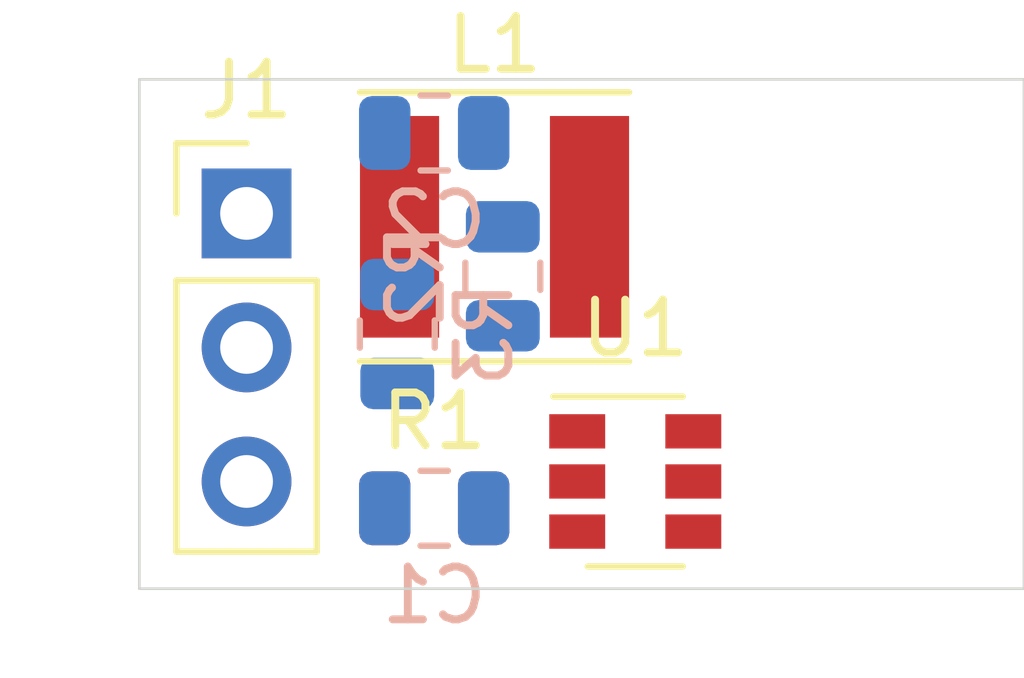
<source format=kicad_pcb>
(kicad_pcb (version 20171130) (host pcbnew "(5.1.2)-1")

  (general
    (thickness 1.6)
    (drawings 4)
    (tracks 0)
    (zones 0)
    (modules 8)
    (nets 7)
  )

  (page A4)
  (layers
    (0 F.Cu signal)
    (31 B.Cu signal)
    (32 B.Adhes user)
    (33 F.Adhes user)
    (34 B.Paste user)
    (35 F.Paste user)
    (36 B.SilkS user)
    (37 F.SilkS user)
    (38 B.Mask user)
    (39 F.Mask user)
    (40 Dwgs.User user)
    (41 Cmts.User user)
    (42 Eco1.User user)
    (43 Eco2.User user)
    (44 Edge.Cuts user)
    (45 Margin user)
    (46 B.CrtYd user)
    (47 F.CrtYd user)
    (48 B.Fab user)
    (49 F.Fab user)
  )

  (setup
    (last_trace_width 0.25)
    (trace_clearance 0.2)
    (zone_clearance 0.508)
    (zone_45_only no)
    (trace_min 0.2)
    (via_size 0.8)
    (via_drill 0.4)
    (via_min_size 0.4)
    (via_min_drill 0.3)
    (uvia_size 0.3)
    (uvia_drill 0.1)
    (uvias_allowed no)
    (uvia_min_size 0.2)
    (uvia_min_drill 0.1)
    (edge_width 0.05)
    (segment_width 0.2)
    (pcb_text_width 0.3)
    (pcb_text_size 1.5 1.5)
    (mod_edge_width 0.12)
    (mod_text_size 1 1)
    (mod_text_width 0.15)
    (pad_size 1.524 1.524)
    (pad_drill 0.762)
    (pad_to_mask_clearance 0.051)
    (solder_mask_min_width 0.25)
    (aux_axis_origin 0 0)
    (visible_elements FFFFFF7F)
    (pcbplotparams
      (layerselection 0x010fc_ffffffff)
      (usegerberextensions false)
      (usegerberattributes false)
      (usegerberadvancedattributes false)
      (creategerberjobfile false)
      (excludeedgelayer true)
      (linewidth 0.100000)
      (plotframeref false)
      (viasonmask false)
      (mode 1)
      (useauxorigin false)
      (hpglpennumber 1)
      (hpglpenspeed 20)
      (hpglpendiameter 15.000000)
      (psnegative false)
      (psa4output false)
      (plotreference true)
      (plotvalue true)
      (plotinvisibletext false)
      (padsonsilk false)
      (subtractmaskfromsilk false)
      (outputformat 1)
      (mirror false)
      (drillshape 1)
      (scaleselection 1)
      (outputdirectory ""))
  )

  (net 0 "")
  (net 1 GND)
  (net 2 VIN)
  (net 3 +5V)
  (net 4 "Net-(L1-Pad2)")
  (net 5 "Net-(R1-Pad2)")
  (net 6 "Net-(R2-Pad2)")

  (net_class Default "This is the default net class."
    (clearance 0.2)
    (trace_width 0.25)
    (via_dia 0.8)
    (via_drill 0.4)
    (uvia_dia 0.3)
    (uvia_drill 0.1)
    (add_net +5V)
    (add_net GND)
    (add_net "Net-(L1-Pad2)")
    (add_net "Net-(R1-Pad2)")
    (add_net "Net-(R2-Pad2)")
    (add_net VIN)
  )

  (module Package_TO_SOT_SMD:SOT-23-6 (layer F.Cu) (tedit 5A02FF57) (tstamp 5E8EE1EA)
    (at 143.51 101.092)
    (descr "6-pin SOT-23 package")
    (tags SOT-23-6)
    (path /5E8E8EA5)
    (attr smd)
    (fp_text reference U1 (at 0 -2.9) (layer F.SilkS)
      (effects (font (size 1 1) (thickness 0.15)))
    )
    (fp_text value MCP1640CH (at 0 2.9) (layer F.Fab)
      (effects (font (size 1 1) (thickness 0.15)))
    )
    (fp_line (start 0.9 -1.55) (end 0.9 1.55) (layer F.Fab) (width 0.1))
    (fp_line (start 0.9 1.55) (end -0.9 1.55) (layer F.Fab) (width 0.1))
    (fp_line (start -0.9 -0.9) (end -0.9 1.55) (layer F.Fab) (width 0.1))
    (fp_line (start 0.9 -1.55) (end -0.25 -1.55) (layer F.Fab) (width 0.1))
    (fp_line (start -0.9 -0.9) (end -0.25 -1.55) (layer F.Fab) (width 0.1))
    (fp_line (start -1.9 -1.8) (end -1.9 1.8) (layer F.CrtYd) (width 0.05))
    (fp_line (start -1.9 1.8) (end 1.9 1.8) (layer F.CrtYd) (width 0.05))
    (fp_line (start 1.9 1.8) (end 1.9 -1.8) (layer F.CrtYd) (width 0.05))
    (fp_line (start 1.9 -1.8) (end -1.9 -1.8) (layer F.CrtYd) (width 0.05))
    (fp_line (start 0.9 -1.61) (end -1.55 -1.61) (layer F.SilkS) (width 0.12))
    (fp_line (start -0.9 1.61) (end 0.9 1.61) (layer F.SilkS) (width 0.12))
    (fp_text user %R (at 0 0 90) (layer F.Fab)
      (effects (font (size 0.5 0.5) (thickness 0.075)))
    )
    (pad 5 smd rect (at 1.1 0) (size 1.06 0.65) (layers F.Cu F.Paste F.Mask)
      (net 3 +5V))
    (pad 6 smd rect (at 1.1 -0.95) (size 1.06 0.65) (layers F.Cu F.Paste F.Mask)
      (net 2 VIN))
    (pad 4 smd rect (at 1.1 0.95) (size 1.06 0.65) (layers F.Cu F.Paste F.Mask)
      (net 6 "Net-(R2-Pad2)"))
    (pad 3 smd rect (at -1.1 0.95) (size 1.06 0.65) (layers F.Cu F.Paste F.Mask)
      (net 5 "Net-(R1-Pad2)"))
    (pad 2 smd rect (at -1.1 0) (size 1.06 0.65) (layers F.Cu F.Paste F.Mask)
      (net 1 GND))
    (pad 1 smd rect (at -1.1 -0.95) (size 1.06 0.65) (layers F.Cu F.Paste F.Mask)
      (net 4 "Net-(L1-Pad2)"))
    (model ${KISYS3DMOD}/Package_TO_SOT_SMD.3dshapes/SOT-23-6.wrl
      (at (xyz 0 0 0))
      (scale (xyz 1 1 1))
      (rotate (xyz 0 0 0))
    )
  )

  (module Resistor_SMD:R_0805_2012Metric (layer B.Cu) (tedit 5B36C52B) (tstamp 5E8EE1D4)
    (at 139 98.298 90)
    (descr "Resistor SMD 0805 (2012 Metric), square (rectangular) end terminal, IPC_7351 nominal, (Body size source: https://docs.google.com/spreadsheets/d/1BsfQQcO9C6DZCsRaXUlFlo91Tg2WpOkGARC1WS5S8t0/edit?usp=sharing), generated with kicad-footprint-generator")
    (tags resistor)
    (path /5E8EBE8E)
    (attr smd)
    (fp_text reference R3 (at 0 1.65 270) (layer B.SilkS)
      (effects (font (size 1 1) (thickness 0.15)) (justify mirror))
    )
    (fp_text value 309kR (at 0 -1.65 270) (layer B.Fab)
      (effects (font (size 1 1) (thickness 0.15)) (justify mirror))
    )
    (fp_text user %R (at 0.296 -0.808 270) (layer B.Fab)
      (effects (font (size 0.5 0.5) (thickness 0.08)) (justify mirror))
    )
    (fp_line (start 1.68 -0.95) (end -1.68 -0.95) (layer B.CrtYd) (width 0.05))
    (fp_line (start 1.68 0.95) (end 1.68 -0.95) (layer B.CrtYd) (width 0.05))
    (fp_line (start -1.68 0.95) (end 1.68 0.95) (layer B.CrtYd) (width 0.05))
    (fp_line (start -1.68 -0.95) (end -1.68 0.95) (layer B.CrtYd) (width 0.05))
    (fp_line (start -0.258578 -0.71) (end 0.258578 -0.71) (layer B.SilkS) (width 0.12))
    (fp_line (start -0.258578 0.71) (end 0.258578 0.71) (layer B.SilkS) (width 0.12))
    (fp_line (start 1 -0.6) (end -1 -0.6) (layer B.Fab) (width 0.1))
    (fp_line (start 1 0.6) (end 1 -0.6) (layer B.Fab) (width 0.1))
    (fp_line (start -1 0.6) (end 1 0.6) (layer B.Fab) (width 0.1))
    (fp_line (start -1 -0.6) (end -1 0.6) (layer B.Fab) (width 0.1))
    (pad 2 smd roundrect (at 0.9375 0 90) (size 0.975 1.4) (layers B.Cu B.Paste B.Mask) (roundrect_rratio 0.25)
      (net 1 GND))
    (pad 1 smd roundrect (at -0.9375 0 90) (size 0.975 1.4) (layers B.Cu B.Paste B.Mask) (roundrect_rratio 0.25)
      (net 6 "Net-(R2-Pad2)"))
    (model ${KISYS3DMOD}/Resistor_SMD.3dshapes/R_0805_2012Metric.wrl
      (at (xyz 0 0 0))
      (scale (xyz 1 1 1))
      (rotate (xyz 0 0 0))
    )
  )

  (module Resistor_SMD:R_0805_2012Metric (layer B.Cu) (tedit 5B36C52B) (tstamp 5E8EE1C3)
    (at 141 97.2035 270)
    (descr "Resistor SMD 0805 (2012 Metric), square (rectangular) end terminal, IPC_7351 nominal, (Body size source: https://docs.google.com/spreadsheets/d/1BsfQQcO9C6DZCsRaXUlFlo91Tg2WpOkGARC1WS5S8t0/edit?usp=sharing), generated with kicad-footprint-generator")
    (tags resistor)
    (path /5E8EAF22)
    (attr smd)
    (fp_text reference R2 (at 0 1.65 90) (layer B.SilkS)
      (effects (font (size 1 1) (thickness 0.15)) (justify mirror))
    )
    (fp_text value 976kR (at 0 -1.65 90) (layer B.Fab)
      (effects (font (size 1 1) (thickness 0.15)) (justify mirror))
    )
    (fp_line (start -1 -0.6) (end -1 0.6) (layer B.Fab) (width 0.1))
    (fp_line (start -1 0.6) (end 1 0.6) (layer B.Fab) (width 0.1))
    (fp_line (start 1 0.6) (end 1 -0.6) (layer B.Fab) (width 0.1))
    (fp_line (start 1 -0.6) (end -1 -0.6) (layer B.Fab) (width 0.1))
    (fp_line (start -0.258578 0.71) (end 0.258578 0.71) (layer B.SilkS) (width 0.12))
    (fp_line (start -0.258578 -0.71) (end 0.258578 -0.71) (layer B.SilkS) (width 0.12))
    (fp_line (start -1.68 -0.95) (end -1.68 0.95) (layer B.CrtYd) (width 0.05))
    (fp_line (start -1.68 0.95) (end 1.68 0.95) (layer B.CrtYd) (width 0.05))
    (fp_line (start 1.68 0.95) (end 1.68 -0.95) (layer B.CrtYd) (width 0.05))
    (fp_line (start 1.68 -0.95) (end -1.68 -0.95) (layer B.CrtYd) (width 0.05))
    (fp_text user %R (at 0 0 90) (layer B.Fab)
      (effects (font (size 0.5 0.5) (thickness 0.08)) (justify mirror))
    )
    (pad 1 smd roundrect (at -0.9375 0 270) (size 0.975 1.4) (layers B.Cu B.Paste B.Mask) (roundrect_rratio 0.25)
      (net 3 +5V))
    (pad 2 smd roundrect (at 0.9375 0 270) (size 0.975 1.4) (layers B.Cu B.Paste B.Mask) (roundrect_rratio 0.25)
      (net 6 "Net-(R2-Pad2)"))
    (model ${KISYS3DMOD}/Resistor_SMD.3dshapes/R_0805_2012Metric.wrl
      (at (xyz 0 0 0))
      (scale (xyz 1 1 1))
      (rotate (xyz 0 0 0))
    )
  )

  (module Resistor_SMD:R_0805_2012Metric (layer F.Cu) (tedit 5B36C52B) (tstamp 5E8EE1B2)
    (at 139.7 101.6)
    (descr "Resistor SMD 0805 (2012 Metric), square (rectangular) end terminal, IPC_7351 nominal, (Body size source: https://docs.google.com/spreadsheets/d/1BsfQQcO9C6DZCsRaXUlFlo91Tg2WpOkGARC1WS5S8t0/edit?usp=sharing), generated with kicad-footprint-generator")
    (tags resistor)
    (path /5E8EDE93)
    (attr smd)
    (fp_text reference R1 (at 0 -1.65) (layer F.SilkS)
      (effects (font (size 1 1) (thickness 0.15)))
    )
    (fp_text value 10kR (at 0 1.65) (layer F.Fab)
      (effects (font (size 1 1) (thickness 0.15)))
    )
    (fp_text user %R (at 0 0) (layer F.Fab)
      (effects (font (size 0.5 0.5) (thickness 0.08)))
    )
    (fp_line (start 1.68 0.95) (end -1.68 0.95) (layer F.CrtYd) (width 0.05))
    (fp_line (start 1.68 -0.95) (end 1.68 0.95) (layer F.CrtYd) (width 0.05))
    (fp_line (start -1.68 -0.95) (end 1.68 -0.95) (layer F.CrtYd) (width 0.05))
    (fp_line (start -1.68 0.95) (end -1.68 -0.95) (layer F.CrtYd) (width 0.05))
    (fp_line (start -0.258578 0.71) (end 0.258578 0.71) (layer F.SilkS) (width 0.12))
    (fp_line (start -0.258578 -0.71) (end 0.258578 -0.71) (layer F.SilkS) (width 0.12))
    (fp_line (start 1 0.6) (end -1 0.6) (layer F.Fab) (width 0.1))
    (fp_line (start 1 -0.6) (end 1 0.6) (layer F.Fab) (width 0.1))
    (fp_line (start -1 -0.6) (end 1 -0.6) (layer F.Fab) (width 0.1))
    (fp_line (start -1 0.6) (end -1 -0.6) (layer F.Fab) (width 0.1))
    (pad 2 smd roundrect (at 0.9375 0) (size 0.975 1.4) (layers F.Cu F.Paste F.Mask) (roundrect_rratio 0.25)
      (net 5 "Net-(R1-Pad2)"))
    (pad 1 smd roundrect (at -0.9375 0) (size 0.975 1.4) (layers F.Cu F.Paste F.Mask) (roundrect_rratio 0.25)
      (net 2 VIN))
    (model ${KISYS3DMOD}/Resistor_SMD.3dshapes/R_0805_2012Metric.wrl
      (at (xyz 0 0 0))
      (scale (xyz 1 1 1))
      (rotate (xyz 0 0 0))
    )
  )

  (module Inductor_SMD:L_Taiyo-Yuden_NR-50xx (layer F.Cu) (tedit 5990349D) (tstamp 5E8EE1A1)
    (at 140.843 96.266)
    (descr "Inductor, Taiyo Yuden, NR series, Taiyo-Yuden_NR-50xx, 4.9mmx4.9mm")
    (tags "inductor taiyo-yuden nr smd")
    (path /5E8E9909)
    (attr smd)
    (fp_text reference L1 (at 0 -3.45) (layer F.SilkS)
      (effects (font (size 1 1) (thickness 0.15)))
    )
    (fp_text value 10uH (at 0 3.95) (layer F.Fab)
      (effects (font (size 1 1) (thickness 0.15)))
    )
    (fp_line (start 2.8 -2.75) (end -2.8 -2.75) (layer F.CrtYd) (width 0.05))
    (fp_line (start 2.8 2.75) (end 2.8 -2.75) (layer F.CrtYd) (width 0.05))
    (fp_line (start -2.8 2.75) (end 2.8 2.75) (layer F.CrtYd) (width 0.05))
    (fp_line (start -2.8 -2.75) (end -2.8 2.75) (layer F.CrtYd) (width 0.05))
    (fp_line (start -2.55 2.55) (end 2.55 2.55) (layer F.SilkS) (width 0.12))
    (fp_line (start -2.55 -2.55) (end 2.55 -2.55) (layer F.SilkS) (width 0.12))
    (fp_line (start -1.65 2.45) (end 0 2.45) (layer F.Fab) (width 0.1))
    (fp_line (start -2.45 1.65) (end -1.65 2.45) (layer F.Fab) (width 0.1))
    (fp_line (start -2.45 0) (end -2.45 1.65) (layer F.Fab) (width 0.1))
    (fp_line (start 1.65 2.45) (end 0 2.45) (layer F.Fab) (width 0.1))
    (fp_line (start 2.45 1.65) (end 1.65 2.45) (layer F.Fab) (width 0.1))
    (fp_line (start 2.45 0) (end 2.45 1.65) (layer F.Fab) (width 0.1))
    (fp_line (start 1.65 -2.45) (end 0 -2.45) (layer F.Fab) (width 0.1))
    (fp_line (start 2.45 -1.65) (end 1.65 -2.45) (layer F.Fab) (width 0.1))
    (fp_line (start 2.45 0) (end 2.45 -1.65) (layer F.Fab) (width 0.1))
    (fp_line (start -1.65 -2.45) (end 0 -2.45) (layer F.Fab) (width 0.1))
    (fp_line (start -2.45 -1.65) (end -1.65 -2.45) (layer F.Fab) (width 0.1))
    (fp_line (start -2.45 0) (end -2.45 -1.65) (layer F.Fab) (width 0.1))
    (fp_text user %R (at 0 0) (layer F.Fab)
      (effects (font (size 1 1) (thickness 0.15)))
    )
    (pad 2 smd rect (at 1.8 0) (size 1.5 4.2) (layers F.Cu F.Paste F.Mask)
      (net 4 "Net-(L1-Pad2)"))
    (pad 1 smd rect (at -1.8 0) (size 1.5 4.2) (layers F.Cu F.Paste F.Mask)
      (net 2 VIN))
    (model ${KISYS3DMOD}/Inductor_SMD.3dshapes/L_Taiyo-Yuden_NR-50xx.wrl
      (at (xyz 0 0 0))
      (scale (xyz 1 1 1))
      (rotate (xyz 0 0 0))
    )
  )

  (module Connector_PinHeader_2.54mm:PinHeader_1x03_P2.54mm_Vertical (layer F.Cu) (tedit 59FED5CC) (tstamp 5E8EE188)
    (at 136.144 96.012)
    (descr "Through hole straight pin header, 1x03, 2.54mm pitch, single row")
    (tags "Through hole pin header THT 1x03 2.54mm single row")
    (path /5E8F3622)
    (fp_text reference J1 (at 0 -2.33) (layer F.SilkS)
      (effects (font (size 1 1) (thickness 0.15)))
    )
    (fp_text value Conn_01x03 (at 0 7.41) (layer F.Fab)
      (effects (font (size 1 1) (thickness 0.15)))
    )
    (fp_text user %R (at 0 2.54 90) (layer F.Fab)
      (effects (font (size 1 1) (thickness 0.15)))
    )
    (fp_line (start 1.8 -1.8) (end -1.8 -1.8) (layer F.CrtYd) (width 0.05))
    (fp_line (start 1.8 6.85) (end 1.8 -1.8) (layer F.CrtYd) (width 0.05))
    (fp_line (start -1.8 6.85) (end 1.8 6.85) (layer F.CrtYd) (width 0.05))
    (fp_line (start -1.8 -1.8) (end -1.8 6.85) (layer F.CrtYd) (width 0.05))
    (fp_line (start -1.33 -1.33) (end 0 -1.33) (layer F.SilkS) (width 0.12))
    (fp_line (start -1.33 0) (end -1.33 -1.33) (layer F.SilkS) (width 0.12))
    (fp_line (start -1.33 1.27) (end 1.33 1.27) (layer F.SilkS) (width 0.12))
    (fp_line (start 1.33 1.27) (end 1.33 6.41) (layer F.SilkS) (width 0.12))
    (fp_line (start -1.33 1.27) (end -1.33 6.41) (layer F.SilkS) (width 0.12))
    (fp_line (start -1.33 6.41) (end 1.33 6.41) (layer F.SilkS) (width 0.12))
    (fp_line (start -1.27 -0.635) (end -0.635 -1.27) (layer F.Fab) (width 0.1))
    (fp_line (start -1.27 6.35) (end -1.27 -0.635) (layer F.Fab) (width 0.1))
    (fp_line (start 1.27 6.35) (end -1.27 6.35) (layer F.Fab) (width 0.1))
    (fp_line (start 1.27 -1.27) (end 1.27 6.35) (layer F.Fab) (width 0.1))
    (fp_line (start -0.635 -1.27) (end 1.27 -1.27) (layer F.Fab) (width 0.1))
    (pad 3 thru_hole oval (at 0 5.08) (size 1.7 1.7) (drill 1) (layers *.Cu *.Mask)
      (net 2 VIN))
    (pad 2 thru_hole oval (at 0 2.54) (size 1.7 1.7) (drill 1) (layers *.Cu *.Mask)
      (net 1 GND))
    (pad 1 thru_hole rect (at 0 0) (size 1.7 1.7) (drill 1) (layers *.Cu *.Mask)
      (net 3 +5V))
    (model ${KISYS3DMOD}/Connector_PinHeader_2.54mm.3dshapes/PinHeader_1x03_P2.54mm_Vertical.wrl
      (at (xyz 0 0 0))
      (scale (xyz 1 1 1))
      (rotate (xyz 0 0 0))
    )
  )

  (module Capacitor_SMD:C_0805_2012Metric (layer B.Cu) (tedit 5B36C52B) (tstamp 5E8EE171)
    (at 139.7 94.488)
    (descr "Capacitor SMD 0805 (2012 Metric), square (rectangular) end terminal, IPC_7351 nominal, (Body size source: https://docs.google.com/spreadsheets/d/1BsfQQcO9C6DZCsRaXUlFlo91Tg2WpOkGARC1WS5S8t0/edit?usp=sharing), generated with kicad-footprint-generator")
    (tags capacitor)
    (path /5E8EEC18)
    (attr smd)
    (fp_text reference C2 (at 0 1.65) (layer B.SilkS)
      (effects (font (size 1 1) (thickness 0.15)) (justify mirror))
    )
    (fp_text value 10uF (at 0 -1.65) (layer B.Fab)
      (effects (font (size 1 1) (thickness 0.15)) (justify mirror))
    )
    (fp_text user %R (at 0 0) (layer B.Fab)
      (effects (font (size 0.5 0.5) (thickness 0.08)) (justify mirror))
    )
    (fp_line (start 1.68 -0.95) (end -1.68 -0.95) (layer B.CrtYd) (width 0.05))
    (fp_line (start 1.68 0.95) (end 1.68 -0.95) (layer B.CrtYd) (width 0.05))
    (fp_line (start -1.68 0.95) (end 1.68 0.95) (layer B.CrtYd) (width 0.05))
    (fp_line (start -1.68 -0.95) (end -1.68 0.95) (layer B.CrtYd) (width 0.05))
    (fp_line (start -0.258578 -0.71) (end 0.258578 -0.71) (layer B.SilkS) (width 0.12))
    (fp_line (start -0.258578 0.71) (end 0.258578 0.71) (layer B.SilkS) (width 0.12))
    (fp_line (start 1 -0.6) (end -1 -0.6) (layer B.Fab) (width 0.1))
    (fp_line (start 1 0.6) (end 1 -0.6) (layer B.Fab) (width 0.1))
    (fp_line (start -1 0.6) (end 1 0.6) (layer B.Fab) (width 0.1))
    (fp_line (start -1 -0.6) (end -1 0.6) (layer B.Fab) (width 0.1))
    (pad 2 smd roundrect (at 0.9375 0) (size 0.975 1.4) (layers B.Cu B.Paste B.Mask) (roundrect_rratio 0.25)
      (net 1 GND))
    (pad 1 smd roundrect (at -0.9375 0) (size 0.975 1.4) (layers B.Cu B.Paste B.Mask) (roundrect_rratio 0.25)
      (net 3 +5V))
    (model ${KISYS3DMOD}/Capacitor_SMD.3dshapes/C_0805_2012Metric.wrl
      (at (xyz 0 0 0))
      (scale (xyz 1 1 1))
      (rotate (xyz 0 0 0))
    )
  )

  (module Capacitor_SMD:C_0805_2012Metric (layer B.Cu) (tedit 5B36C52B) (tstamp 5E8EE160)
    (at 139.7 101.6)
    (descr "Capacitor SMD 0805 (2012 Metric), square (rectangular) end terminal, IPC_7351 nominal, (Body size source: https://docs.google.com/spreadsheets/d/1BsfQQcO9C6DZCsRaXUlFlo91Tg2WpOkGARC1WS5S8t0/edit?usp=sharing), generated with kicad-footprint-generator")
    (tags capacitor)
    (path /5E8EDFE0)
    (attr smd)
    (fp_text reference C1 (at 0 1.65) (layer B.SilkS)
      (effects (font (size 1 1) (thickness 0.15)) (justify mirror))
    )
    (fp_text value 10uF (at 0 -1.65) (layer B.Fab)
      (effects (font (size 1 1) (thickness 0.15)) (justify mirror))
    )
    (fp_text user %R (at 0 0) (layer B.Fab)
      (effects (font (size 0.5 0.5) (thickness 0.08)) (justify mirror))
    )
    (fp_line (start 1.68 -0.95) (end -1.68 -0.95) (layer B.CrtYd) (width 0.05))
    (fp_line (start 1.68 0.95) (end 1.68 -0.95) (layer B.CrtYd) (width 0.05))
    (fp_line (start -1.68 0.95) (end 1.68 0.95) (layer B.CrtYd) (width 0.05))
    (fp_line (start -1.68 -0.95) (end -1.68 0.95) (layer B.CrtYd) (width 0.05))
    (fp_line (start -0.258578 -0.71) (end 0.258578 -0.71) (layer B.SilkS) (width 0.12))
    (fp_line (start -0.258578 0.71) (end 0.258578 0.71) (layer B.SilkS) (width 0.12))
    (fp_line (start 1 -0.6) (end -1 -0.6) (layer B.Fab) (width 0.1))
    (fp_line (start 1 0.6) (end 1 -0.6) (layer B.Fab) (width 0.1))
    (fp_line (start -1 0.6) (end 1 0.6) (layer B.Fab) (width 0.1))
    (fp_line (start -1 -0.6) (end -1 0.6) (layer B.Fab) (width 0.1))
    (pad 2 smd roundrect (at 0.9375 0) (size 0.975 1.4) (layers B.Cu B.Paste B.Mask) (roundrect_rratio 0.25)
      (net 1 GND))
    (pad 1 smd roundrect (at -0.9375 0) (size 0.975 1.4) (layers B.Cu B.Paste B.Mask) (roundrect_rratio 0.25)
      (net 2 VIN))
    (model ${KISYS3DMOD}/Capacitor_SMD.3dshapes/C_0805_2012Metric.wrl
      (at (xyz 0 0 0))
      (scale (xyz 1 1 1))
      (rotate (xyz 0 0 0))
    )
  )

  (gr_line (start 150.876 93.472) (end 134.112 93.472) (layer Edge.Cuts) (width 0.05) (tstamp 5E8EE4BD))
  (gr_line (start 150.876 103.124) (end 150.876 93.472) (layer Edge.Cuts) (width 0.05))
  (gr_line (start 134.112 103.124) (end 150.876 103.124) (layer Edge.Cuts) (width 0.05))
  (gr_line (start 134.112 93.472) (end 134.112 103.124) (layer Edge.Cuts) (width 0.05))

)

</source>
